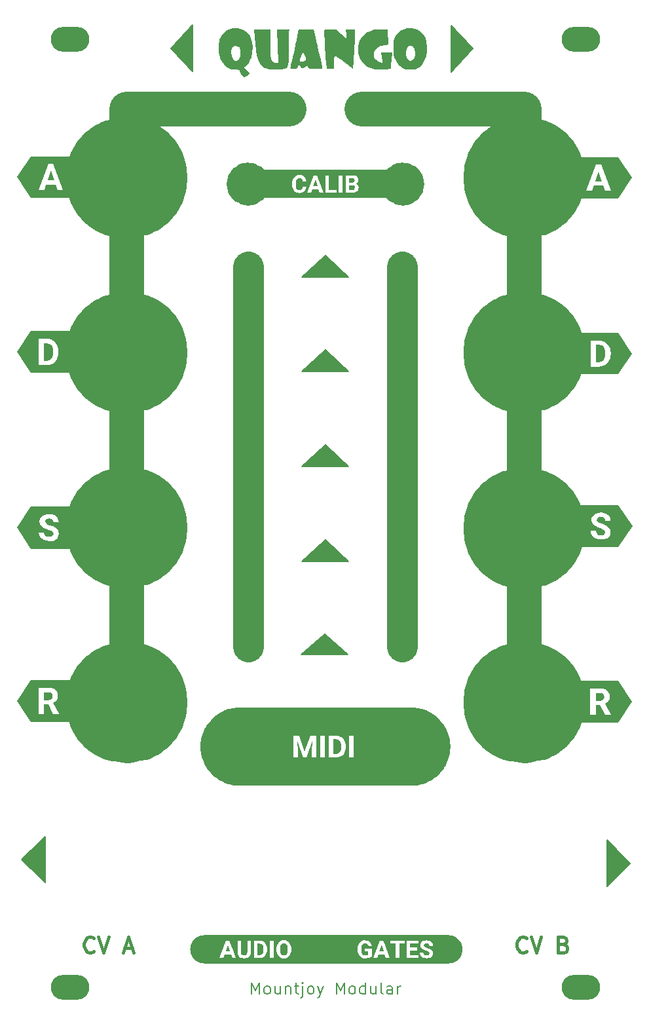
<source format=gbr>
%TF.GenerationSoftware,KiCad,Pcbnew,(6.0.11)*%
%TF.CreationDate,2023-05-23T14:51:42+01:00*%
%TF.ProjectId,Quango_Panel,5175616e-676f-45f5-9061-6e656c2e6b69,rev?*%
%TF.SameCoordinates,Original*%
%TF.FileFunction,Soldermask,Top*%
%TF.FilePolarity,Negative*%
%FSLAX46Y46*%
G04 Gerber Fmt 4.6, Leading zero omitted, Abs format (unit mm)*
G04 Created by KiCad (PCBNEW (6.0.11)) date 2023-05-23 14:51:42*
%MOMM*%
%LPD*%
G01*
G04 APERTURE LIST*
%ADD10C,7.853175*%
%ADD11C,2.776851*%
%ADD12C,0.150000*%
%ADD13C,4.500000*%
%ADD14C,4.000000*%
%ADD15C,0.200000*%
%ADD16C,0.400000*%
%ADD17C,3.000000*%
%ADD18C,7.000000*%
%ADD19O,5.000000X3.200000*%
%ADD20C,6.000000*%
%ADD21C,3.500000*%
G04 APERTURE END LIST*
D10*
X120126587Y-73500000D02*
G75*
G03*
X120126587Y-73500000I-3926587J0D01*
G01*
D11*
X81888425Y-51700000D02*
G75*
G03*
X81888425Y-51700000I-1388425J0D01*
G01*
D10*
X68726587Y-96100000D02*
G75*
G03*
X68726587Y-96100000I-3926587J0D01*
G01*
D12*
G36*
X93500000Y-88200000D02*
G01*
X87500000Y-88200000D01*
X90500000Y-85400000D01*
X93500000Y-88200000D01*
G37*
X93500000Y-88200000D02*
X87500000Y-88200000D01*
X90500000Y-85400000D01*
X93500000Y-88200000D01*
D13*
X116200000Y-119100000D02*
X116200000Y-42000000D01*
D10*
X68726587Y-50900000D02*
G75*
G03*
X68726587Y-50900000I-3926587J0D01*
G01*
D11*
X101888425Y-51700000D02*
G75*
G03*
X101888425Y-51700000I-1388425J0D01*
G01*
D12*
G36*
X73350000Y-37150000D02*
G01*
X70550000Y-34150000D01*
X73350000Y-31150000D01*
X73350000Y-37150000D01*
G37*
X73350000Y-37150000D02*
X70550000Y-34150000D01*
X73350000Y-31150000D01*
X73350000Y-37150000D01*
D13*
X64800000Y-119100000D02*
X64800000Y-42000000D01*
D10*
X120126587Y-50900000D02*
G75*
G03*
X120126587Y-50900000I-3926587J0D01*
G01*
D14*
X100450000Y-111450000D02*
X100450000Y-62350000D01*
D13*
X64800000Y-42000000D02*
X85800000Y-42000000D01*
D10*
X68726587Y-73500000D02*
G75*
G03*
X68726587Y-73500000I-3926587J0D01*
G01*
D12*
G36*
X109600000Y-34200000D02*
G01*
X106800000Y-37200000D01*
X106800000Y-31200000D01*
X109600000Y-34200000D01*
G37*
X109600000Y-34200000D02*
X106800000Y-37200000D01*
X106800000Y-31200000D01*
X109600000Y-34200000D01*
D13*
X116200000Y-42000000D02*
X95200000Y-42000000D01*
D12*
G36*
X54240000Y-142000000D02*
G01*
X51240000Y-139000000D01*
X54240000Y-136000000D01*
X54240000Y-142000000D01*
G37*
X54240000Y-142000000D02*
X51240000Y-139000000D01*
X54240000Y-136000000D01*
X54240000Y-142000000D01*
G36*
X93400000Y-112500000D02*
G01*
X87400000Y-112500000D01*
X90400000Y-109900000D01*
X93400000Y-112500000D01*
G37*
X93400000Y-112500000D02*
X87400000Y-112500000D01*
X90400000Y-109900000D01*
X93400000Y-112500000D01*
G36*
X129900000Y-139500000D02*
G01*
X126900000Y-142500000D01*
X126900000Y-136500000D01*
X129900000Y-139500000D01*
G37*
X129900000Y-139500000D02*
X126900000Y-142500000D01*
X126900000Y-136500000D01*
X129900000Y-139500000D01*
D10*
X120126587Y-96200000D02*
G75*
G03*
X120126587Y-96200000I-3926587J0D01*
G01*
D14*
X80550000Y-111450000D02*
X80550000Y-62350000D01*
D12*
G36*
X93500000Y-100450000D02*
G01*
X87500000Y-100450000D01*
X90500000Y-97650000D01*
X93500000Y-100450000D01*
G37*
X93500000Y-100450000D02*
X87500000Y-100450000D01*
X90500000Y-97650000D01*
X93500000Y-100450000D01*
G36*
X93500000Y-63700000D02*
G01*
X87500000Y-63700000D01*
X90500000Y-60900000D01*
X93500000Y-63700000D01*
G37*
X93500000Y-63700000D02*
X87500000Y-63700000D01*
X90500000Y-60900000D01*
X93500000Y-63700000D01*
G36*
X93500000Y-75950000D02*
G01*
X87500000Y-75950000D01*
X90500000Y-73150000D01*
X93500000Y-75950000D01*
G37*
X93500000Y-75950000D02*
X87500000Y-75950000D01*
X90500000Y-73150000D01*
X93500000Y-75950000D01*
D10*
X68726587Y-118700000D02*
G75*
G03*
X68726587Y-118700000I-3926587J0D01*
G01*
X120126587Y-118700000D02*
G75*
G03*
X120126587Y-118700000I-3926587J0D01*
G01*
D15*
X80928571Y-156378571D02*
X80928571Y-154878571D01*
X81428571Y-155950000D01*
X81928571Y-154878571D01*
X81928571Y-156378571D01*
X82857142Y-156378571D02*
X82714285Y-156307142D01*
X82642857Y-156235714D01*
X82571428Y-156092857D01*
X82571428Y-155664285D01*
X82642857Y-155521428D01*
X82714285Y-155450000D01*
X82857142Y-155378571D01*
X83071428Y-155378571D01*
X83214285Y-155450000D01*
X83285714Y-155521428D01*
X83357142Y-155664285D01*
X83357142Y-156092857D01*
X83285714Y-156235714D01*
X83214285Y-156307142D01*
X83071428Y-156378571D01*
X82857142Y-156378571D01*
X84642857Y-155378571D02*
X84642857Y-156378571D01*
X84000000Y-155378571D02*
X84000000Y-156164285D01*
X84071428Y-156307142D01*
X84214285Y-156378571D01*
X84428571Y-156378571D01*
X84571428Y-156307142D01*
X84642857Y-156235714D01*
X85357142Y-155378571D02*
X85357142Y-156378571D01*
X85357142Y-155521428D02*
X85428571Y-155450000D01*
X85571428Y-155378571D01*
X85785714Y-155378571D01*
X85928571Y-155450000D01*
X86000000Y-155592857D01*
X86000000Y-156378571D01*
X86500000Y-155378571D02*
X87071428Y-155378571D01*
X86714285Y-154878571D02*
X86714285Y-156164285D01*
X86785714Y-156307142D01*
X86928571Y-156378571D01*
X87071428Y-156378571D01*
X87571428Y-155378571D02*
X87571428Y-156664285D01*
X87500000Y-156807142D01*
X87357142Y-156878571D01*
X87285714Y-156878571D01*
X87571428Y-154878571D02*
X87500000Y-154950000D01*
X87571428Y-155021428D01*
X87642857Y-154950000D01*
X87571428Y-154878571D01*
X87571428Y-155021428D01*
X88500000Y-156378571D02*
X88357142Y-156307142D01*
X88285714Y-156235714D01*
X88214285Y-156092857D01*
X88214285Y-155664285D01*
X88285714Y-155521428D01*
X88357142Y-155450000D01*
X88500000Y-155378571D01*
X88714285Y-155378571D01*
X88857142Y-155450000D01*
X88928571Y-155521428D01*
X89000000Y-155664285D01*
X89000000Y-156092857D01*
X88928571Y-156235714D01*
X88857142Y-156307142D01*
X88714285Y-156378571D01*
X88500000Y-156378571D01*
X89500000Y-155378571D02*
X89857142Y-156378571D01*
X90214285Y-155378571D02*
X89857142Y-156378571D01*
X89714285Y-156735714D01*
X89642857Y-156807142D01*
X89500000Y-156878571D01*
X91928571Y-156378571D02*
X91928571Y-154878571D01*
X92428571Y-155950000D01*
X92928571Y-154878571D01*
X92928571Y-156378571D01*
X93857142Y-156378571D02*
X93714285Y-156307142D01*
X93642857Y-156235714D01*
X93571428Y-156092857D01*
X93571428Y-155664285D01*
X93642857Y-155521428D01*
X93714285Y-155450000D01*
X93857142Y-155378571D01*
X94071428Y-155378571D01*
X94214285Y-155450000D01*
X94285714Y-155521428D01*
X94357142Y-155664285D01*
X94357142Y-156092857D01*
X94285714Y-156235714D01*
X94214285Y-156307142D01*
X94071428Y-156378571D01*
X93857142Y-156378571D01*
X95642857Y-156378571D02*
X95642857Y-154878571D01*
X95642857Y-156307142D02*
X95500000Y-156378571D01*
X95214285Y-156378571D01*
X95071428Y-156307142D01*
X95000000Y-156235714D01*
X94928571Y-156092857D01*
X94928571Y-155664285D01*
X95000000Y-155521428D01*
X95071428Y-155450000D01*
X95214285Y-155378571D01*
X95500000Y-155378571D01*
X95642857Y-155450000D01*
X97000000Y-155378571D02*
X97000000Y-156378571D01*
X96357142Y-155378571D02*
X96357142Y-156164285D01*
X96428571Y-156307142D01*
X96571428Y-156378571D01*
X96785714Y-156378571D01*
X96928571Y-156307142D01*
X97000000Y-156235714D01*
X97928571Y-156378571D02*
X97785714Y-156307142D01*
X97714285Y-156164285D01*
X97714285Y-154878571D01*
X99142857Y-156378571D02*
X99142857Y-155592857D01*
X99071428Y-155450000D01*
X98928571Y-155378571D01*
X98642857Y-155378571D01*
X98500000Y-155450000D01*
X99142857Y-156307142D02*
X99000000Y-156378571D01*
X98642857Y-156378571D01*
X98500000Y-156307142D01*
X98428571Y-156164285D01*
X98428571Y-156021428D01*
X98500000Y-155878571D01*
X98642857Y-155807142D01*
X99000000Y-155807142D01*
X99142857Y-155735714D01*
X99857142Y-156378571D02*
X99857142Y-155378571D01*
X99857142Y-155664285D02*
X99928571Y-155521428D01*
X100000000Y-155450000D01*
X100142857Y-155378571D01*
X100285714Y-155378571D01*
D16*
X116500000Y-150814285D02*
X116404761Y-150909523D01*
X116119047Y-151004761D01*
X115928571Y-151004761D01*
X115642857Y-150909523D01*
X115452380Y-150719047D01*
X115357142Y-150528571D01*
X115261904Y-150147619D01*
X115261904Y-149861904D01*
X115357142Y-149480952D01*
X115452380Y-149290476D01*
X115642857Y-149100000D01*
X115928571Y-149004761D01*
X116119047Y-149004761D01*
X116404761Y-149100000D01*
X116500000Y-149195238D01*
X117071428Y-149004761D02*
X117738095Y-151004761D01*
X118404761Y-149004761D01*
X121261904Y-149957142D02*
X121547619Y-150052380D01*
X121642857Y-150147619D01*
X121738095Y-150338095D01*
X121738095Y-150623809D01*
X121642857Y-150814285D01*
X121547619Y-150909523D01*
X121357142Y-151004761D01*
X120595238Y-151004761D01*
X120595238Y-149004761D01*
X121261904Y-149004761D01*
X121452380Y-149100000D01*
X121547619Y-149195238D01*
X121642857Y-149385714D01*
X121642857Y-149576190D01*
X121547619Y-149766666D01*
X121452380Y-149861904D01*
X121261904Y-149957142D01*
X120595238Y-149957142D01*
X60542857Y-150814285D02*
X60447619Y-150909523D01*
X60161904Y-151004761D01*
X59971428Y-151004761D01*
X59685714Y-150909523D01*
X59495238Y-150719047D01*
X59400000Y-150528571D01*
X59304761Y-150147619D01*
X59304761Y-149861904D01*
X59400000Y-149480952D01*
X59495238Y-149290476D01*
X59685714Y-149100000D01*
X59971428Y-149004761D01*
X60161904Y-149004761D01*
X60447619Y-149100000D01*
X60542857Y-149195238D01*
X61114285Y-149004761D02*
X61780952Y-151004761D01*
X62447619Y-149004761D01*
X64542857Y-150433333D02*
X65495238Y-150433333D01*
X64352380Y-151004761D02*
X65019047Y-149004761D01*
X65685714Y-151004761D01*
%TO.C,kibuzzard-646C8AFB*%
G36*
X122815581Y-70914893D02*
G01*
X128380357Y-70914893D01*
X130170429Y-73600000D01*
X128380357Y-76285107D01*
X122815581Y-76285107D01*
X122815581Y-75292920D01*
X124799956Y-75292920D01*
X125848729Y-75292920D01*
X126134758Y-75269149D01*
X126400633Y-75200936D01*
X126646355Y-75088281D01*
X126864300Y-74935061D01*
X127046847Y-74745150D01*
X127193996Y-74518549D01*
X127301870Y-74261975D01*
X127366595Y-73982147D01*
X127388170Y-73679065D01*
X127388170Y-73523260D01*
X127366208Y-73219791D01*
X127300320Y-72938800D01*
X127190508Y-72680289D01*
X127041550Y-72451879D01*
X126858228Y-72261193D01*
X126640541Y-72108231D01*
X126395207Y-71996480D01*
X126128945Y-71929430D01*
X125841753Y-71907080D01*
X124799956Y-71907080D01*
X124799956Y-75292920D01*
X122815581Y-75292920D01*
X122815581Y-70914893D01*
G37*
G36*
X126203940Y-72538728D02*
G01*
X126467296Y-72738425D01*
X126586152Y-72943709D01*
X126657465Y-73204546D01*
X126681236Y-73520935D01*
X126681236Y-73699994D01*
X126654623Y-74006177D01*
X126580984Y-74261200D01*
X126460320Y-74465063D01*
X126195801Y-74665633D01*
X125834776Y-74732489D01*
X125497588Y-74732489D01*
X125497588Y-72472162D01*
X125841753Y-72472162D01*
X126203940Y-72538728D01*
G37*
%TO.C,kibuzzard-646C8AC0*%
G36*
X50629571Y-50800000D02*
G01*
X52419642Y-48114893D01*
X58570429Y-48114893D01*
X58570429Y-53485107D01*
X52419642Y-53485107D01*
X51758184Y-52492920D01*
X53411830Y-52492920D01*
X54153645Y-52492920D01*
X54386189Y-51795288D01*
X55609370Y-51795288D01*
X55844239Y-52492920D01*
X56586054Y-52492920D01*
X55318690Y-49107080D01*
X54672218Y-49107080D01*
X53411830Y-52492920D01*
X51758184Y-52492920D01*
X50629571Y-50800000D01*
G37*
G36*
X55421009Y-51230206D02*
G01*
X54574549Y-51230206D01*
X54995454Y-49962842D01*
X55421009Y-51230206D01*
G37*
%TO.C,kibuzzard-646C8A92*%
G36*
X50629571Y-96100000D02*
G01*
X52450649Y-93368384D01*
X58024727Y-93368384D01*
X58024727Y-98831616D01*
X52450649Y-98831616D01*
X51048150Y-96727869D01*
X53442836Y-96727869D01*
X53484985Y-97035989D01*
X53611430Y-97304578D01*
X53818104Y-97526948D01*
X54100935Y-97696414D01*
X54439287Y-97803675D01*
X54812520Y-97839429D01*
X55162111Y-97811653D01*
X55460542Y-97728324D01*
X55707814Y-97589444D01*
X55892557Y-97401729D01*
X56003403Y-97171898D01*
X56040352Y-96899951D01*
X55972333Y-96537183D01*
X55768276Y-96239526D01*
X55550976Y-96072353D01*
X55261846Y-95924300D01*
X54900887Y-95795367D01*
X54616892Y-95694211D01*
X54411382Y-95586078D01*
X54245113Y-95309351D01*
X54386964Y-95024484D01*
X54557303Y-94943385D01*
X54784615Y-94916351D01*
X55020065Y-94948617D01*
X55196217Y-95045413D01*
X55306094Y-95200346D01*
X55342720Y-95407019D01*
X56040352Y-95407019D01*
X56001110Y-95118665D01*
X55883385Y-94862866D01*
X55694733Y-94650379D01*
X55442714Y-94491959D01*
X55139244Y-94393418D01*
X54796242Y-94360571D01*
X54453530Y-94390802D01*
X54146281Y-94481494D01*
X53890483Y-94625962D01*
X53702123Y-94817520D01*
X53586141Y-95047448D01*
X53547481Y-95307025D01*
X53611560Y-95634912D01*
X53803796Y-95914740D01*
X54124190Y-96146509D01*
X54373593Y-96261327D01*
X54698573Y-96377890D01*
X55005531Y-96492418D01*
X55200868Y-96601132D01*
X55340395Y-96904602D01*
X55200868Y-97187143D01*
X55034018Y-97263010D01*
X54812520Y-97288300D01*
X54519515Y-97253273D01*
X54310225Y-97148192D01*
X54184651Y-96973057D01*
X54142793Y-96727869D01*
X53442836Y-96727869D01*
X51048150Y-96727869D01*
X50629571Y-96100000D01*
G37*
%TO.C,kibuzzard-646BA8CA*%
G36*
X89380420Y-148778923D02*
G01*
X106398503Y-148778923D01*
X106576999Y-148787692D01*
X106753777Y-148813914D01*
X106927133Y-148857338D01*
X107095399Y-148917544D01*
X107256953Y-148993953D01*
X107410239Y-149085829D01*
X107553782Y-149192288D01*
X107686199Y-149312304D01*
X107806215Y-149444721D01*
X107912673Y-149588264D01*
X108004550Y-149741550D01*
X108080959Y-149903104D01*
X108141165Y-150071369D01*
X108184589Y-150244725D01*
X108210811Y-150421503D01*
X108219580Y-150600000D01*
X108210811Y-150778497D01*
X108184589Y-150955275D01*
X108141165Y-151128631D01*
X108080959Y-151296896D01*
X108004550Y-151458450D01*
X107912673Y-151611736D01*
X107806215Y-151755279D01*
X107686199Y-151887696D01*
X107553782Y-152007712D01*
X107410239Y-152114171D01*
X107256953Y-152206047D01*
X107095399Y-152282456D01*
X106927133Y-152342662D01*
X106753777Y-152386086D01*
X106576999Y-152412308D01*
X106398503Y-152421077D01*
X89380420Y-152421077D01*
X89380420Y-150688367D01*
X94672087Y-150688367D01*
X94687159Y-150898001D01*
X94728242Y-151088687D01*
X94795335Y-151260425D01*
X94940675Y-151474947D01*
X95136399Y-151631720D01*
X95291687Y-151702775D01*
X95462994Y-151745408D01*
X95650321Y-151759619D01*
X95916972Y-151738884D01*
X95956904Y-151728613D01*
X96699870Y-151728613D01*
X97194413Y-151728613D01*
X97349443Y-151263525D01*
X98164897Y-151263525D01*
X98321476Y-151728613D01*
X98816020Y-151728613D01*
X98112122Y-149848108D01*
X98887333Y-149848108D01*
X99569462Y-149848108D01*
X99569462Y-151728613D01*
X100034550Y-151728613D01*
X100991081Y-151728613D01*
X102504167Y-151728613D01*
X102504167Y-151354993D01*
X101456169Y-151354993D01*
X101456169Y-151018579D01*
X102682450Y-151018579D01*
X102710549Y-151223993D01*
X102794847Y-151403052D01*
X102932629Y-151551299D01*
X103121183Y-151664276D01*
X103346751Y-151735783D01*
X103595573Y-151759619D01*
X103828634Y-151741102D01*
X104027588Y-151685550D01*
X104192436Y-151592963D01*
X104315598Y-151467820D01*
X104389495Y-151314599D01*
X104414128Y-151133301D01*
X104368782Y-150891455D01*
X104232743Y-150693018D01*
X104087877Y-150581569D01*
X103895124Y-150482867D01*
X103654484Y-150396912D01*
X103465155Y-150329474D01*
X103328147Y-150257385D01*
X103217301Y-150072900D01*
X103311869Y-149882990D01*
X103425428Y-149828923D01*
X103576969Y-149810901D01*
X103733937Y-149832411D01*
X103851371Y-149896942D01*
X103924623Y-150000230D01*
X103949040Y-150138013D01*
X104414128Y-150138013D01*
X104387966Y-149945776D01*
X104309483Y-149775244D01*
X104183715Y-149633586D01*
X104015702Y-149527972D01*
X103813389Y-149462279D01*
X103584721Y-149440381D01*
X103356246Y-149460535D01*
X103151414Y-149520996D01*
X102980882Y-149617308D01*
X102855308Y-149745013D01*
X102777987Y-149898299D01*
X102752214Y-150071350D01*
X102794933Y-150289941D01*
X102923090Y-150476493D01*
X103136686Y-150631006D01*
X103302955Y-150707552D01*
X103519609Y-150785260D01*
X103724247Y-150861612D01*
X103854472Y-150934088D01*
X103947489Y-151136401D01*
X103854472Y-151324762D01*
X103743238Y-151375340D01*
X103595573Y-151392200D01*
X103400236Y-151368848D01*
X103260710Y-151298795D01*
X103176994Y-151182038D01*
X103149089Y-151018579D01*
X102682450Y-151018579D01*
X101456169Y-151018579D01*
X101456169Y-150750378D01*
X102349137Y-150750378D01*
X102349137Y-150386060D01*
X101456169Y-150386060D01*
X101456169Y-149848108D01*
X102501066Y-149848108D01*
X102501066Y-149471387D01*
X100991081Y-149471387D01*
X100991081Y-151728613D01*
X100034550Y-151728613D01*
X100034550Y-149848108D01*
X100725981Y-149848108D01*
X100725981Y-149471387D01*
X98887333Y-149471387D01*
X98887333Y-149848108D01*
X98112122Y-149848108D01*
X97971110Y-149471387D01*
X97540129Y-149471387D01*
X96699870Y-151728613D01*
X95956904Y-151728613D01*
X96158818Y-151676678D01*
X96362293Y-151576878D01*
X96513835Y-151443359D01*
X96513835Y-150542639D01*
X95625517Y-150542639D01*
X95625517Y-150885254D01*
X96048747Y-150885254D01*
X96048747Y-151274377D01*
X95899531Y-151358093D01*
X95675126Y-151385999D01*
X95446070Y-151340652D01*
X95279801Y-151204614D01*
X95204871Y-151064399D01*
X95159912Y-150885598D01*
X95144926Y-150668213D01*
X95144926Y-150524036D01*
X95159568Y-150308717D01*
X95201426Y-150131984D01*
X95270500Y-149993835D01*
X95422816Y-149860123D01*
X95631718Y-149815552D01*
X95797793Y-149838031D01*
X95923948Y-149905469D01*
X96011346Y-150021353D01*
X96061149Y-150189172D01*
X96513835Y-150189172D01*
X96465431Y-149964638D01*
X96376031Y-149778861D01*
X96245634Y-149631842D01*
X96075274Y-149525475D01*
X95865984Y-149461654D01*
X95617765Y-149440381D01*
X95433711Y-149454936D01*
X95266021Y-149498603D01*
X95114695Y-149571381D01*
X94925172Y-149731448D01*
X94786033Y-149949652D01*
X94722729Y-150124577D01*
X94684747Y-150319655D01*
X94672087Y-150534888D01*
X94672087Y-150688367D01*
X89380420Y-150688367D01*
X89380420Y-148778923D01*
G37*
G36*
X98039323Y-150886804D02*
G01*
X97475016Y-150886804D01*
X97755619Y-150041895D01*
X98039323Y-150886804D01*
G37*
%TO.C,kibuzzard-646C8B02*%
G36*
X122795427Y-93168384D02*
G01*
X128369505Y-93168384D01*
X130190583Y-95900000D01*
X128369505Y-98631616D01*
X122795427Y-98631616D01*
X122795427Y-96527869D01*
X124779802Y-96527869D01*
X124821951Y-96835989D01*
X124948396Y-97104578D01*
X125155070Y-97326948D01*
X125437901Y-97496414D01*
X125776253Y-97603675D01*
X126149486Y-97639429D01*
X126499077Y-97611653D01*
X126797508Y-97528324D01*
X127044780Y-97389444D01*
X127229523Y-97201729D01*
X127340369Y-96971898D01*
X127377318Y-96699951D01*
X127309299Y-96337183D01*
X127105242Y-96039526D01*
X126887942Y-95872353D01*
X126598812Y-95724300D01*
X126237853Y-95595367D01*
X125953858Y-95494211D01*
X125748348Y-95386078D01*
X125582079Y-95109351D01*
X125723930Y-94824484D01*
X125894269Y-94743385D01*
X126121581Y-94716351D01*
X126357031Y-94748617D01*
X126533183Y-94845413D01*
X126643060Y-95000346D01*
X126679686Y-95207019D01*
X127377318Y-95207019D01*
X127338076Y-94918665D01*
X127220351Y-94662866D01*
X127031700Y-94450379D01*
X126779680Y-94291959D01*
X126476210Y-94193418D01*
X126133208Y-94160571D01*
X125790496Y-94190802D01*
X125483248Y-94281494D01*
X125227449Y-94425962D01*
X125039089Y-94617520D01*
X124923107Y-94847448D01*
X124884447Y-95107025D01*
X124948526Y-95434912D01*
X125140762Y-95714740D01*
X125461156Y-95946509D01*
X125710559Y-96061327D01*
X126035539Y-96177890D01*
X126342497Y-96292418D01*
X126537834Y-96401132D01*
X126677361Y-96704602D01*
X126537834Y-96987143D01*
X126370984Y-97063010D01*
X126149486Y-97088300D01*
X125856481Y-97053273D01*
X125647191Y-96948192D01*
X125521617Y-96773057D01*
X125479759Y-96527869D01*
X124779802Y-96527869D01*
X122795427Y-96527869D01*
X122795427Y-93168384D01*
G37*
%TO.C,kibuzzard-646BA165*%
G36*
X94081758Y-50964967D02*
G01*
X94196674Y-51015546D01*
X94263530Y-51104494D01*
X94285815Y-51236462D01*
X94246714Y-51389597D01*
X94129408Y-51483131D01*
X93933899Y-51517065D01*
X93589734Y-51517065D01*
X93589734Y-50948108D01*
X93915295Y-50948108D01*
X94081758Y-50964967D01*
G37*
G36*
X79692219Y-51700000D02*
G01*
X80906270Y-49878923D01*
X100093730Y-49878923D01*
X101307781Y-51700000D01*
X100093730Y-53521077D01*
X80906270Y-53521077D01*
X79735627Y-51765112D01*
X86197937Y-51765112D01*
X86213488Y-52006522D01*
X86260143Y-52220705D01*
X86337899Y-52407660D01*
X86446759Y-52567389D01*
X86582749Y-52695240D01*
X86741896Y-52786562D01*
X86924201Y-52841355D01*
X87129663Y-52859619D01*
X87377107Y-52836365D01*
X87400794Y-52828613D01*
X88152856Y-52828613D01*
X88647400Y-52828613D01*
X88802429Y-52363525D01*
X89617883Y-52363525D01*
X89774463Y-52828613D01*
X90269006Y-52828613D01*
X90479846Y-52828613D01*
X91932471Y-52828613D01*
X92228577Y-52828613D01*
X92693665Y-52828613D01*
X93124646Y-52828613D01*
X94002112Y-52828613D01*
X94238790Y-52808287D01*
X94436194Y-52751443D01*
X94594324Y-52658081D01*
X94709734Y-52528890D01*
X94778981Y-52364559D01*
X94802063Y-52165088D01*
X94777065Y-51989130D01*
X94702069Y-51842627D01*
X94583665Y-51732944D01*
X94428442Y-51667444D01*
X94563705Y-51591673D01*
X94665637Y-51482184D01*
X94729587Y-51345952D01*
X94750903Y-51189954D01*
X94727304Y-51003660D01*
X94656508Y-50849923D01*
X94538513Y-50728741D01*
X94374871Y-50641322D01*
X94167132Y-50588871D01*
X93915295Y-50571387D01*
X93124646Y-50571387D01*
X93124646Y-52828613D01*
X92693665Y-52828613D01*
X92693665Y-50571387D01*
X92228577Y-50571387D01*
X92228577Y-52828613D01*
X91932471Y-52828613D01*
X91932471Y-52454993D01*
X90944934Y-52454993D01*
X90944934Y-50571387D01*
X90479846Y-50571387D01*
X90479846Y-52828613D01*
X90269006Y-52828613D01*
X89424097Y-50571387D01*
X88993115Y-50571387D01*
X88152856Y-52828613D01*
X87400794Y-52828613D01*
X87590272Y-52766602D01*
X87769159Y-52650330D01*
X87906877Y-52493578D01*
X87996535Y-52302375D01*
X88038135Y-52076721D01*
X87573047Y-52076721D01*
X87534871Y-52255974D01*
X87451349Y-52381354D01*
X87317830Y-52455186D01*
X87129663Y-52479797D01*
X86922893Y-52437552D01*
X86780072Y-52310815D01*
X86718491Y-52176284D01*
X86681542Y-51998001D01*
X86669226Y-51775964D01*
X86669226Y-51605432D01*
X86683782Y-51392267D01*
X86723314Y-51219926D01*
X86787823Y-51088409D01*
X86932582Y-50963417D01*
X87135864Y-50921753D01*
X87322481Y-50946364D01*
X87454449Y-51020197D01*
X87537196Y-51148677D01*
X87576147Y-51337231D01*
X88041235Y-51337231D01*
X87994038Y-51103826D01*
X87902053Y-50907973D01*
X87765283Y-50749670D01*
X87589239Y-50633398D01*
X87379433Y-50563635D01*
X87135864Y-50540381D01*
X86955427Y-50555109D01*
X86790321Y-50599292D01*
X86640546Y-50672931D01*
X86451991Y-50834355D01*
X86312659Y-51053528D01*
X86248924Y-51227505D01*
X86210684Y-51418708D01*
X86197937Y-51627136D01*
X86197937Y-51765112D01*
X79735627Y-51765112D01*
X79692219Y-51700000D01*
G37*
G36*
X94194348Y-51882762D02*
G01*
X94301318Y-51987665D01*
X94336975Y-52160437D01*
X94244733Y-52376703D01*
X94134468Y-52435420D01*
X93988159Y-52454993D01*
X93589734Y-52454993D01*
X93589734Y-51845728D01*
X94016064Y-51845728D01*
X94194348Y-51882762D01*
G37*
G36*
X89492310Y-51986804D02*
G01*
X88928003Y-51986804D01*
X89208606Y-51141895D01*
X89492310Y-51986804D01*
G37*
%TO.C,kibuzzard-646C8AB8*%
G36*
X50629571Y-118500000D02*
G01*
X52419642Y-115814893D01*
X58033253Y-115814893D01*
X58033253Y-121185107D01*
X52419642Y-121185107D01*
X51758184Y-120192920D01*
X53411830Y-120192920D01*
X54109462Y-120192920D01*
X54109462Y-118953461D01*
X54665242Y-118953461D01*
X55300087Y-120192920D01*
X56048878Y-120192920D01*
X56048878Y-120160364D01*
X55316365Y-118776727D01*
X55582337Y-118615981D01*
X55770988Y-118408145D01*
X55883481Y-118147987D01*
X55920979Y-117830273D01*
X55884806Y-117529258D01*
X55776285Y-117277336D01*
X55595418Y-117074506D01*
X55347887Y-116925936D01*
X55039379Y-116836794D01*
X54669893Y-116807080D01*
X53411830Y-116807080D01*
X53411830Y-120192920D01*
X51758184Y-120192920D01*
X50629571Y-118500000D01*
G37*
G36*
X54914936Y-117406462D02*
G01*
X55087309Y-117509363D01*
X55189338Y-117672144D01*
X55223347Y-117886084D01*
X55187303Y-118095664D01*
X55079170Y-118254666D01*
X54905343Y-118354951D01*
X54672218Y-118388379D01*
X54109462Y-118388379D01*
X54109462Y-117372162D01*
X54669893Y-117372162D01*
X54914936Y-117406462D01*
G37*
%TO.C,kibuzzard-646BA8C3*%
G36*
X78166396Y-150886804D02*
G01*
X77602089Y-150886804D01*
X77882692Y-150041895D01*
X78166396Y-150886804D01*
G37*
G36*
X82179717Y-149892485D02*
G01*
X82355288Y-150025616D01*
X82434525Y-150162473D01*
X82482067Y-150336364D01*
X82497915Y-150547290D01*
X82497915Y-150666663D01*
X82480172Y-150870785D01*
X82431080Y-151040800D01*
X82350637Y-151176709D01*
X82174291Y-151310422D01*
X81933608Y-151354993D01*
X81708815Y-151354993D01*
X81708815Y-149848108D01*
X81938259Y-149848108D01*
X82179717Y-149892485D01*
G37*
G36*
X74664071Y-152412308D02*
G01*
X74487293Y-152386086D01*
X74313937Y-152342662D01*
X74145672Y-152282456D01*
X73984118Y-152206047D01*
X73830832Y-152114170D01*
X73687289Y-152007712D01*
X73554872Y-151887696D01*
X73434856Y-151755279D01*
X73415079Y-151728613D01*
X76826943Y-151728613D01*
X77321486Y-151728613D01*
X77476516Y-151263525D01*
X78291970Y-151263525D01*
X78448549Y-151728613D01*
X78943093Y-151728613D01*
X78661070Y-150975171D01*
X79132228Y-150975171D01*
X79160651Y-151201686D01*
X79239715Y-151393405D01*
X79369423Y-151550330D01*
X79542539Y-151666602D01*
X79751829Y-151736365D01*
X79997292Y-151759619D01*
X80246114Y-151735676D01*
X80266871Y-151728613D01*
X81243727Y-151728613D01*
X81942910Y-151728613D01*
X83336623Y-151728613D01*
X83801711Y-151728613D01*
X83801711Y-150663562D01*
X84164479Y-150663562D01*
X84178777Y-150872249D01*
X84219601Y-151064227D01*
X84286953Y-151239496D01*
X84378592Y-151393578D01*
X84492280Y-151521994D01*
X84628017Y-151624744D01*
X84781496Y-151699674D01*
X84948411Y-151744633D01*
X85128762Y-151759619D01*
X85310749Y-151744461D01*
X85478439Y-151698985D01*
X85631832Y-151623193D01*
X85766793Y-151519496D01*
X85879190Y-151390305D01*
X85969020Y-151235620D01*
X86034477Y-151059059D01*
X86073751Y-150864239D01*
X86086843Y-150651160D01*
X86086843Y-150550391D01*
X86073493Y-150337914D01*
X86033444Y-150142836D01*
X85966695Y-149965155D01*
X85875572Y-149809264D01*
X85762401Y-149679557D01*
X85627181Y-149576031D01*
X85473960Y-149500670D01*
X85306787Y-149455453D01*
X85125661Y-149440381D01*
X84944535Y-149455453D01*
X84777362Y-149500670D01*
X84624141Y-149576031D01*
X84488921Y-149679557D01*
X84375750Y-149809264D01*
X84284627Y-149965155D01*
X84217878Y-150143008D01*
X84177829Y-150338603D01*
X84164479Y-150551941D01*
X84164479Y-150663562D01*
X83801711Y-150663562D01*
X83801711Y-149471387D01*
X83336623Y-149471387D01*
X83336623Y-151728613D01*
X81942910Y-151728613D01*
X82133596Y-151712766D01*
X82310846Y-151667291D01*
X82474660Y-151592188D01*
X82619957Y-151490040D01*
X82741655Y-151363433D01*
X82839754Y-151212366D01*
X82911670Y-151041317D01*
X82954820Y-150854765D01*
X82969204Y-150652710D01*
X82969204Y-150548840D01*
X82954562Y-150346527D01*
X82910637Y-150159200D01*
X82837429Y-149986859D01*
X82738124Y-149834586D01*
X82615909Y-149707462D01*
X82470784Y-149605487D01*
X82307228Y-149530987D01*
X82129720Y-149486287D01*
X81938259Y-149471387D01*
X81243727Y-149471387D01*
X81243727Y-151728613D01*
X80266871Y-151728613D01*
X80457212Y-151663845D01*
X80630587Y-151544128D01*
X80759347Y-151383242D01*
X80836603Y-151187906D01*
X80862355Y-150958118D01*
X80862355Y-149471387D01*
X80395717Y-149471387D01*
X80395717Y-150973621D01*
X80368490Y-151154036D01*
X80293010Y-151282904D01*
X80169278Y-151360225D01*
X79997292Y-151385999D01*
X79830054Y-151360612D01*
X79703511Y-151284454D01*
X79623865Y-151152873D01*
X79597316Y-150961218D01*
X79597316Y-149471387D01*
X79132228Y-149471387D01*
X79132228Y-150975171D01*
X78661070Y-150975171D01*
X78098183Y-149471387D01*
X77667202Y-149471387D01*
X76826943Y-151728613D01*
X73415079Y-151728613D01*
X73328397Y-151611736D01*
X73236521Y-151458450D01*
X73160112Y-151296896D01*
X73099906Y-151128631D01*
X73056482Y-150955275D01*
X73030260Y-150778497D01*
X73021491Y-150600000D01*
X73030260Y-150421503D01*
X73056482Y-150244725D01*
X73099906Y-150071369D01*
X73160112Y-149903104D01*
X73236521Y-149741550D01*
X73328397Y-149588264D01*
X73434856Y-149444721D01*
X73554872Y-149312304D01*
X73687289Y-149192288D01*
X73830832Y-149085830D01*
X73984118Y-148993953D01*
X74145672Y-148917544D01*
X74313937Y-148857338D01*
X74487293Y-148813914D01*
X74664071Y-148787692D01*
X74842568Y-148778923D01*
X91378509Y-148778923D01*
X91378509Y-152421077D01*
X74842568Y-152421077D01*
X74664071Y-152412308D01*
G37*
G36*
X85334175Y-149870975D02*
G01*
X85488430Y-150009338D01*
X85559054Y-150151276D01*
X85601429Y-150331110D01*
X85615554Y-150548840D01*
X85615554Y-150658911D01*
X85600740Y-150874832D01*
X85558365Y-151053375D01*
X85488430Y-151194537D01*
X85335726Y-151332320D01*
X85128762Y-151378247D01*
X84917922Y-151330576D01*
X84762893Y-151187561D01*
X84692268Y-151043212D01*
X84649893Y-150864411D01*
X84635769Y-150651160D01*
X84635769Y-150541089D01*
X84650755Y-150325340D01*
X84693646Y-150147314D01*
X84764443Y-150007013D01*
X84918309Y-149870393D01*
X85125661Y-149824854D01*
X85334175Y-149870975D01*
G37*
%TO.C,kibuzzard-646C8B09*%
G36*
X126254228Y-117506462D02*
G01*
X126426601Y-117609363D01*
X126528630Y-117772144D01*
X126562639Y-117986084D01*
X126526595Y-118195664D01*
X126418462Y-118354666D01*
X126244635Y-118454951D01*
X126011510Y-118488379D01*
X125448754Y-118488379D01*
X125448754Y-117472162D01*
X126009185Y-117472162D01*
X126254228Y-117506462D01*
G37*
G36*
X122766747Y-115914893D02*
G01*
X128380358Y-115914893D01*
X130170429Y-118600000D01*
X128380358Y-121285107D01*
X122766747Y-121285107D01*
X122766747Y-120292920D01*
X124751122Y-120292920D01*
X125448754Y-120292920D01*
X125448754Y-119053461D01*
X126004534Y-119053461D01*
X126639379Y-120292920D01*
X127388170Y-120292920D01*
X127388170Y-120260364D01*
X126655657Y-118876727D01*
X126921629Y-118715981D01*
X127110280Y-118508145D01*
X127222773Y-118247987D01*
X127260271Y-117930273D01*
X127224097Y-117629258D01*
X127115577Y-117377336D01*
X126934709Y-117174506D01*
X126687179Y-117025936D01*
X126378671Y-116936794D01*
X126009185Y-116907080D01*
X124751122Y-116907080D01*
X124751122Y-120292920D01*
X122766747Y-120292920D01*
X122766747Y-115914893D01*
G37*
%TO.C,G\u002A\u002A\u002A*%
G36*
X98591435Y-32412170D02*
G01*
X98647904Y-32979967D01*
X98669139Y-33359991D01*
X98644306Y-33589936D01*
X98562569Y-33707496D01*
X98413093Y-33750368D01*
X98205083Y-33756250D01*
X97656712Y-33839233D01*
X97211285Y-34064868D01*
X96896202Y-34398186D01*
X96738859Y-34804216D01*
X96766654Y-35247989D01*
X96859127Y-35474197D01*
X97033491Y-35652484D01*
X97324957Y-35840826D01*
X97633899Y-35982494D01*
X97824843Y-36024107D01*
X97852682Y-35921958D01*
X97849778Y-35656252D01*
X97822855Y-35343750D01*
X97745881Y-34663393D01*
X99115384Y-34663393D01*
X99044123Y-35712277D01*
X99008723Y-36175220D01*
X98973008Y-36545049D01*
X98942457Y-36768849D01*
X98930459Y-36809916D01*
X98791669Y-36846004D01*
X98487821Y-36871660D01*
X98080428Y-36886308D01*
X97631004Y-36889372D01*
X97201061Y-36880274D01*
X96852113Y-36858439D01*
X96671327Y-36831085D01*
X95949756Y-36541365D01*
X95377817Y-36092925D01*
X94973031Y-35505561D01*
X94752923Y-34799068D01*
X94732106Y-34640392D01*
X94743888Y-33834976D01*
X94949417Y-33133899D01*
X95341785Y-32550882D01*
X95914080Y-32099643D01*
X96048352Y-32027009D01*
X96413223Y-31861258D01*
X96749948Y-31766168D01*
X97148249Y-31723605D01*
X97591233Y-31715179D01*
X98518585Y-31715179D01*
X98591435Y-32412170D01*
G37*
G36*
X76726455Y-34153125D02*
G01*
X76732151Y-33638671D01*
X76763084Y-33279079D01*
X76833346Y-33002700D01*
X76957030Y-32737884D01*
X77029951Y-32610060D01*
X77364306Y-32142521D01*
X77752305Y-31834795D01*
X78268290Y-31633376D01*
X78450554Y-31587653D01*
X79132144Y-31538973D01*
X79769654Y-31697501D01*
X80323619Y-32043702D01*
X80754576Y-32558046D01*
X80875252Y-32787720D01*
X81036503Y-33341756D01*
X81097024Y-34012041D01*
X81058685Y-34712576D01*
X80923360Y-35357361D01*
X80813032Y-35646919D01*
X80604303Y-36014218D01*
X80366246Y-36317993D01*
X80232274Y-36435126D01*
X79924661Y-36636682D01*
X80362129Y-37003959D01*
X80600794Y-37220138D01*
X80734711Y-37373031D01*
X80745558Y-37414749D01*
X80624831Y-37502067D01*
X80395553Y-37662254D01*
X80340000Y-37700635D01*
X79988482Y-37943006D01*
X79673261Y-37613987D01*
X79469465Y-37339844D01*
X79420813Y-37124743D01*
X79425908Y-37108109D01*
X79428739Y-37003508D01*
X79304410Y-36949593D01*
X79008987Y-36931497D01*
X78902021Y-36930826D01*
X78301911Y-36860960D01*
X77804926Y-36636310D01*
X77375664Y-36232876D01*
X76979034Y-35627232D01*
X76850763Y-35348036D01*
X76773751Y-35039790D01*
X76743924Y-34717192D01*
X78329166Y-34717192D01*
X78387478Y-35162091D01*
X78542370Y-35524084D01*
X78763776Y-35749473D01*
X78933928Y-35797322D01*
X79150365Y-35708802D01*
X79347088Y-35504900D01*
X79475287Y-35181996D01*
X79531462Y-34774070D01*
X79512692Y-34374899D01*
X79416059Y-34078257D01*
X79392514Y-34045774D01*
X79174734Y-33913038D01*
X78933928Y-33869643D01*
X78605038Y-33947779D01*
X78407662Y-34192294D01*
X78330985Y-34618347D01*
X78329166Y-34717192D01*
X76743924Y-34717192D01*
X76736196Y-34633602D01*
X76726455Y-34153125D01*
G37*
G36*
X99297329Y-33638671D02*
G01*
X99328262Y-33279079D01*
X99398525Y-33002700D01*
X99522208Y-32737884D01*
X99595129Y-32610060D01*
X99929484Y-32142521D01*
X100317483Y-31834795D01*
X100833468Y-31633376D01*
X101015733Y-31587653D01*
X101697323Y-31538973D01*
X102334833Y-31697501D01*
X102888798Y-32043702D01*
X103319754Y-32558046D01*
X103440431Y-32787720D01*
X103588704Y-33296808D01*
X103653949Y-33928820D01*
X103636899Y-34595928D01*
X103538284Y-35210302D01*
X103417257Y-35570536D01*
X103056944Y-36198224D01*
X102625724Y-36621920D01*
X102097436Y-36859957D01*
X101476390Y-36930826D01*
X100877234Y-36859673D01*
X100480576Y-36689687D01*
X100172162Y-36480424D01*
X99939902Y-36253396D01*
X99721838Y-35938298D01*
X99544213Y-35627232D01*
X99415941Y-35348036D01*
X99338930Y-35039790D01*
X99301375Y-34633602D01*
X99300551Y-34592951D01*
X100892684Y-34592951D01*
X100913585Y-34991576D01*
X101019622Y-35365157D01*
X101199219Y-35652498D01*
X101440801Y-35792401D01*
X101499107Y-35797322D01*
X101715543Y-35708802D01*
X101912267Y-35504900D01*
X102067220Y-35125747D01*
X102109845Y-34691532D01*
X102043723Y-34285030D01*
X101872439Y-33989019D01*
X101845622Y-33965366D01*
X101631867Y-33814414D01*
X101499107Y-33756250D01*
X101355409Y-33821014D01*
X101152592Y-33965366D01*
X100968494Y-34230482D01*
X100892684Y-34592951D01*
X99300551Y-34592951D01*
X99291633Y-34153125D01*
X99297329Y-33638671D01*
G37*
G36*
X86289865Y-35247890D02*
G01*
X86351292Y-34988099D01*
X86504692Y-34326296D01*
X86651667Y-33663360D01*
X86777350Y-33068238D01*
X86866875Y-32609878D01*
X86879720Y-32537277D01*
X87021141Y-31715179D01*
X89009814Y-31715179D01*
X89142318Y-32367188D01*
X89218769Y-32729297D01*
X89327234Y-33224506D01*
X89457408Y-33807718D01*
X89598986Y-34433836D01*
X89741663Y-35057762D01*
X89875135Y-35634399D01*
X89989097Y-36118650D01*
X90073245Y-36465417D01*
X90113948Y-36619420D01*
X90122036Y-36717488D01*
X90044497Y-36776827D01*
X89840113Y-36806901D01*
X89467671Y-36817172D01*
X89249704Y-36817857D01*
X88788382Y-36812488D01*
X88505414Y-36788871D01*
X88352477Y-36735741D01*
X88281246Y-36641833D01*
X88264228Y-36588128D01*
X88217013Y-36448731D01*
X88135009Y-36421001D01*
X87954902Y-36506397D01*
X87796518Y-36598909D01*
X87539240Y-36723423D01*
X87376140Y-36751091D01*
X87352852Y-36731326D01*
X87261274Y-36558340D01*
X87167605Y-36419167D01*
X87055502Y-36293314D01*
X86990279Y-36350332D01*
X86942748Y-36516480D01*
X86862649Y-36713713D01*
X86705836Y-36799658D01*
X86415696Y-36817857D01*
X86132429Y-36795457D01*
X85975445Y-36739531D01*
X85964285Y-36717340D01*
X85989291Y-36576644D01*
X86058100Y-36257091D01*
X86155608Y-35825894D01*
X87213525Y-35825894D01*
X87282297Y-35896395D01*
X87506019Y-35865661D01*
X87563424Y-35853452D01*
X87834367Y-35786768D01*
X87988649Y-35732705D01*
X87995344Y-35727942D01*
X87994609Y-35600893D01*
X87929706Y-35351014D01*
X87829482Y-35062309D01*
X87722785Y-34818781D01*
X87644940Y-34707582D01*
X87545523Y-34759914D01*
X87426309Y-34984972D01*
X87309567Y-35332629D01*
X87243342Y-35611564D01*
X87213525Y-35825894D01*
X86155608Y-35825894D01*
X86161396Y-35800300D01*
X86289865Y-35247890D01*
G37*
G36*
X83412946Y-33614482D02*
G01*
X83418311Y-34417462D01*
X83439326Y-35021449D01*
X83483369Y-35454087D01*
X83557820Y-35743020D01*
X83670059Y-35915889D01*
X83827465Y-36000339D01*
X84037417Y-36024011D01*
X84056199Y-36024107D01*
X84407991Y-36024107D01*
X84325974Y-33869643D01*
X84243958Y-31715179D01*
X85879241Y-31715179D01*
X85808370Y-32069531D01*
X85785517Y-32295387D01*
X85765730Y-32704060D01*
X85750287Y-33251590D01*
X85740470Y-33894017D01*
X85737500Y-34503488D01*
X85738161Y-35284737D01*
X85727577Y-35868922D01*
X85686892Y-36285641D01*
X85597253Y-36564487D01*
X85439805Y-36735058D01*
X85195696Y-36826947D01*
X84846070Y-36869751D01*
X84372075Y-36893065D01*
X84210584Y-36900316D01*
X83694088Y-36917320D01*
X83332808Y-36903485D01*
X83056140Y-36848896D01*
X82793483Y-36743638D01*
X82675893Y-36684798D01*
X82367769Y-36497351D01*
X82118260Y-36268882D01*
X81918400Y-35972194D01*
X81759225Y-35580089D01*
X81631768Y-35065369D01*
X81527063Y-34400836D01*
X81436147Y-33559292D01*
X81364770Y-32707366D01*
X81288355Y-31715179D01*
X82350650Y-31715152D01*
X83412946Y-31715125D01*
X83412946Y-33614482D01*
G37*
G36*
X93761667Y-31715108D02*
G01*
X94358601Y-31715179D01*
X94285117Y-33331027D01*
X94251971Y-34013722D01*
X94214592Y-34709647D01*
X94177349Y-35341439D01*
X94144610Y-35831732D01*
X94141754Y-35869975D01*
X94071875Y-36793075D01*
X92962007Y-35955020D01*
X92526645Y-35632655D01*
X92152825Y-35367761D01*
X91879343Y-35187011D01*
X91745000Y-35117079D01*
X91743034Y-35116964D01*
X91690727Y-35221152D01*
X91652159Y-35497090D01*
X91634378Y-35889843D01*
X91633928Y-35967411D01*
X91633928Y-36817857D01*
X90636997Y-36817857D01*
X90570403Y-35939063D01*
X90538396Y-35468151D01*
X90501823Y-34853714D01*
X90465407Y-34178820D01*
X90436571Y-33586161D01*
X90407075Y-33015454D01*
X90374791Y-32515157D01*
X90343390Y-32135215D01*
X90316544Y-31925571D01*
X90313632Y-31913616D01*
X90309074Y-31810413D01*
X90396579Y-31750520D01*
X90619586Y-31722576D01*
X91021531Y-31715220D01*
X91072274Y-31715179D01*
X91886616Y-31715179D01*
X93246282Y-32893077D01*
X93205507Y-32304057D01*
X93164732Y-31715038D01*
X93761667Y-31715108D01*
G37*
%TO.C,kibuzzard-646C8AA8*%
G36*
X50629571Y-73400000D02*
G01*
X52419643Y-70714893D01*
X57984419Y-70714893D01*
X57984419Y-76085107D01*
X52419643Y-76085107D01*
X51758185Y-75092920D01*
X53411830Y-75092920D01*
X54460603Y-75092920D01*
X54746632Y-75069149D01*
X55012507Y-75000936D01*
X55258229Y-74888281D01*
X55476174Y-74735061D01*
X55658721Y-74545150D01*
X55805870Y-74318549D01*
X55913744Y-74061975D01*
X55978469Y-73782147D01*
X56000044Y-73479065D01*
X56000044Y-73323260D01*
X55978082Y-73019791D01*
X55912194Y-72738800D01*
X55802382Y-72480289D01*
X55653424Y-72251879D01*
X55470102Y-72061193D01*
X55252415Y-71908231D01*
X55007081Y-71796480D01*
X54740819Y-71729430D01*
X54453627Y-71707080D01*
X53411830Y-71707080D01*
X53411830Y-75092920D01*
X51758185Y-75092920D01*
X50629571Y-73400000D01*
G37*
G36*
X54815814Y-72338728D02*
G01*
X55079170Y-72538425D01*
X55198026Y-72743709D01*
X55269339Y-73004546D01*
X55293111Y-73320935D01*
X55293111Y-73499994D01*
X55266497Y-73806177D01*
X55192858Y-74061200D01*
X55072194Y-74265063D01*
X54807675Y-74465633D01*
X54446651Y-74532489D01*
X54109462Y-74532489D01*
X54109462Y-72272162D01*
X54453627Y-72272162D01*
X54815814Y-72338728D01*
G37*
%TO.C,kibuzzard-646C8AF5*%
G36*
X126223125Y-51330206D02*
G01*
X125376665Y-51330206D01*
X125797570Y-50062842D01*
X126223125Y-51330206D01*
G37*
G36*
X122229571Y-48214893D02*
G01*
X128380358Y-48214893D01*
X130170429Y-50900000D01*
X128380358Y-53585107D01*
X122229571Y-53585107D01*
X122229571Y-52592920D01*
X124213946Y-52592920D01*
X124955761Y-52592920D01*
X125188305Y-51895288D01*
X126411486Y-51895288D01*
X126646355Y-52592920D01*
X127388170Y-52592920D01*
X126120806Y-49207080D01*
X125474334Y-49207080D01*
X124213946Y-52592920D01*
X122229571Y-52592920D01*
X122229571Y-48214893D01*
G37*
%TO.C,kibuzzard-646C865B*%
G36*
X92139919Y-123515606D02*
G01*
X92359382Y-123682021D01*
X92458429Y-123853091D01*
X92517857Y-124070455D01*
X92537666Y-124334113D01*
X92537666Y-124483328D01*
X92515488Y-124738481D01*
X92454123Y-124951000D01*
X92353569Y-125120886D01*
X92133137Y-125288027D01*
X91832283Y-125343741D01*
X91551292Y-125343741D01*
X91551292Y-123460135D01*
X91838096Y-123460135D01*
X92139919Y-123515606D01*
G37*
G36*
X79143450Y-129442706D02*
G01*
X78896314Y-129424476D01*
X78650371Y-129394142D01*
X78406212Y-129351776D01*
X78164427Y-129297482D01*
X77925596Y-129231388D01*
X77690297Y-129153656D01*
X77459095Y-129064471D01*
X77232547Y-128964050D01*
X77011200Y-128852633D01*
X76795586Y-128730489D01*
X76586226Y-128597913D01*
X76383623Y-128455224D01*
X76188265Y-128302765D01*
X76000624Y-128140905D01*
X75821150Y-127970032D01*
X75650277Y-127790558D01*
X75488417Y-127602917D01*
X75335958Y-127407559D01*
X75193269Y-127204956D01*
X75060693Y-126995595D01*
X74938549Y-126779982D01*
X74827132Y-126558635D01*
X74726711Y-126332087D01*
X74637526Y-126100885D01*
X74559794Y-125865586D01*
X74544623Y-125810767D01*
X86336494Y-125810767D01*
X86917854Y-125810767D01*
X86917854Y-125039496D01*
X86859718Y-123710120D01*
X87619362Y-125810767D01*
X88018562Y-125810767D01*
X88780144Y-123708182D01*
X88722008Y-125039496D01*
X88722008Y-125810767D01*
X89305305Y-125810767D01*
X89849846Y-125810767D01*
X90431206Y-125810767D01*
X90969932Y-125810767D01*
X91843910Y-125810767D01*
X93586052Y-125810767D01*
X94167412Y-125810767D01*
X94167412Y-122989233D01*
X93586052Y-122989233D01*
X93586052Y-125810767D01*
X91843910Y-125810767D01*
X92082268Y-125790957D01*
X92303830Y-125734113D01*
X92508598Y-125640234D01*
X92690219Y-125512551D01*
X92842342Y-125354291D01*
X92964966Y-125165457D01*
X93054861Y-124951646D01*
X93108798Y-124718456D01*
X93126778Y-124465887D01*
X93126778Y-124336050D01*
X93108475Y-124083159D01*
X93053569Y-123849000D01*
X92962059Y-123633574D01*
X92837928Y-123443232D01*
X92685159Y-123284327D01*
X92503754Y-123156859D01*
X92299309Y-123063734D01*
X92077423Y-123007858D01*
X91838096Y-122989233D01*
X90969932Y-122989233D01*
X90969932Y-125810767D01*
X90431206Y-125810767D01*
X90431206Y-122989233D01*
X89849846Y-122989233D01*
X89849846Y-125810767D01*
X89305305Y-125810767D01*
X89305305Y-122989233D01*
X88541786Y-122989233D01*
X87820900Y-125035620D01*
X87096138Y-122989233D01*
X86336494Y-122989233D01*
X86336494Y-125810767D01*
X74544623Y-125810767D01*
X74493700Y-125626755D01*
X74439406Y-125384970D01*
X74397040Y-125140811D01*
X74366706Y-124894868D01*
X74348476Y-124647732D01*
X74342395Y-124400000D01*
X74348476Y-124152268D01*
X74366706Y-123905132D01*
X74397040Y-123659189D01*
X74439406Y-123415030D01*
X74493700Y-123173245D01*
X74559794Y-122934414D01*
X74637526Y-122699115D01*
X74726711Y-122467913D01*
X74827132Y-122241365D01*
X74938549Y-122020018D01*
X75060693Y-121804405D01*
X75193269Y-121595044D01*
X75335958Y-121392441D01*
X75488417Y-121197083D01*
X75650277Y-121009442D01*
X75821150Y-120829968D01*
X76000624Y-120659095D01*
X76188265Y-120497235D01*
X76383623Y-120344776D01*
X76586226Y-120202087D01*
X76795586Y-120069511D01*
X77011200Y-119947367D01*
X77232547Y-119835950D01*
X77459095Y-119735529D01*
X77690297Y-119646344D01*
X77925596Y-119568612D01*
X78164427Y-119502518D01*
X78406212Y-119448224D01*
X78650371Y-119405858D01*
X78896314Y-119375524D01*
X79143450Y-119357294D01*
X79391182Y-119351213D01*
X101608818Y-119351213D01*
X101856550Y-119357294D01*
X102103686Y-119375524D01*
X102349629Y-119405858D01*
X102593787Y-119448224D01*
X102835573Y-119502518D01*
X103074404Y-119568612D01*
X103309703Y-119646344D01*
X103540905Y-119735529D01*
X103767453Y-119835950D01*
X103988800Y-119947367D01*
X104204413Y-120069511D01*
X104413774Y-120202087D01*
X104616377Y-120344776D01*
X104811735Y-120497235D01*
X104999376Y-120659095D01*
X105178850Y-120829968D01*
X105349723Y-121009442D01*
X105511583Y-121197083D01*
X105664042Y-121392441D01*
X105806731Y-121595044D01*
X105939307Y-121804405D01*
X106061451Y-122020018D01*
X106172868Y-122241365D01*
X106273289Y-122467913D01*
X106362474Y-122699115D01*
X106440206Y-122934414D01*
X106506300Y-123173245D01*
X106560594Y-123415030D01*
X106602960Y-123659189D01*
X106633294Y-123905132D01*
X106651524Y-124152268D01*
X106657605Y-124400000D01*
X106651524Y-124647732D01*
X106633294Y-124894868D01*
X106602960Y-125140811D01*
X106560594Y-125384970D01*
X106506300Y-125626755D01*
X106440206Y-125865586D01*
X106362474Y-126100885D01*
X106273289Y-126332087D01*
X106172868Y-126558635D01*
X106061451Y-126779982D01*
X105939307Y-126995595D01*
X105806731Y-127204956D01*
X105664042Y-127407559D01*
X105511583Y-127602917D01*
X105349723Y-127790558D01*
X105178850Y-127970032D01*
X104999376Y-128140905D01*
X104811735Y-128302765D01*
X104616377Y-128455224D01*
X104413774Y-128597913D01*
X104204413Y-128730489D01*
X103988800Y-128852633D01*
X103767453Y-128964050D01*
X103540905Y-129064471D01*
X103309703Y-129153656D01*
X103074404Y-129231388D01*
X102835573Y-129297482D01*
X102593787Y-129351776D01*
X102349629Y-129394142D01*
X102103686Y-129424476D01*
X101856550Y-129442706D01*
X101608818Y-129448787D01*
X79391182Y-129448787D01*
X79143450Y-129442706D01*
G37*
%TD*%
D17*
%TO.C,Ref\u002A\u002A*%
X80600000Y-42000000D03*
%TD*%
%TO.C,Ref\u002A\u002A*%
X95800000Y-42000000D03*
%TD*%
%TO.C,Ref\u002A\u002A*%
X100400000Y-42000000D03*
%TD*%
D18*
%TO.C,Ref\u002A\u002A*%
X64800000Y-50900000D03*
%TD*%
D19*
%TO.C,Ref\u002A\u002A*%
X123500000Y-33000000D03*
%TD*%
D18*
%TO.C,Ref\u002A\u002A*%
X116200000Y-96100000D03*
%TD*%
D20*
%TO.C,Ref\u002A\u002A*%
X80600000Y-124300000D03*
%TD*%
D18*
%TO.C,Ref\u002A\u002A*%
X64800000Y-118700000D03*
%TD*%
%TO.C,Ref\u002A\u002A*%
X116200000Y-73500000D03*
%TD*%
D17*
%TO.C,Ref\u002A\u002A*%
X71400000Y-42000000D03*
%TD*%
D19*
%TO.C,Ref\u002A\u002A*%
X57500000Y-155500000D03*
%TD*%
D17*
%TO.C,Ref\u002A\u002A*%
X105000000Y-42000000D03*
%TD*%
D18*
%TO.C,Ref\u002A\u002A*%
X116200000Y-50900000D03*
%TD*%
%TO.C,Ref\u002A\u002A*%
X116200000Y-118700000D03*
%TD*%
D19*
%TO.C,Ref\u002A\u002A*%
X123500000Y-155500000D03*
%TD*%
D18*
%TO.C,Ref\u002A\u002A*%
X64800000Y-96100000D03*
%TD*%
%TO.C,Ref\u002A\u002A*%
X64800000Y-73500000D03*
%TD*%
D17*
%TO.C,Ref\u002A\u002A*%
X109600000Y-42000000D03*
%TD*%
D19*
%TO.C,Ref\u002A\u002A*%
X57500000Y-33000000D03*
%TD*%
D17*
%TO.C,Ref\u002A\u002A*%
X76000000Y-42000000D03*
%TD*%
%TO.C,Ref\u002A\u002A*%
X85200000Y-42000000D03*
%TD*%
D21*
%TO.C,RESET*%
X80500000Y-51700000D03*
%TD*%
%TO.C,RESET*%
X100500000Y-51700000D03*
%TD*%
M02*

</source>
